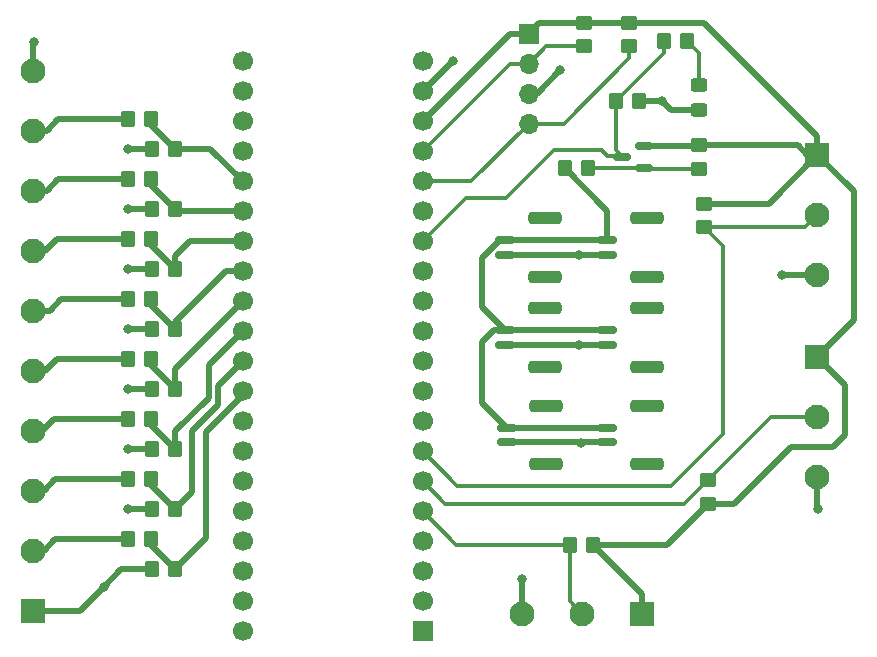
<source format=gbr>
%TF.GenerationSoftware,KiCad,Pcbnew,(6.0.7)*%
%TF.CreationDate,2022-12-23T20:25:59-08:00*%
%TF.ProjectId,SensorStackBoardBluePill,53656e73-6f72-4537-9461-636b426f6172,rev?*%
%TF.SameCoordinates,Original*%
%TF.FileFunction,Copper,L1,Top*%
%TF.FilePolarity,Positive*%
%FSLAX46Y46*%
G04 Gerber Fmt 4.6, Leading zero omitted, Abs format (unit mm)*
G04 Created by KiCad (PCBNEW (6.0.7)) date 2022-12-23 20:25:59*
%MOMM*%
%LPD*%
G01*
G04 APERTURE LIST*
G04 Aperture macros list*
%AMRoundRect*
0 Rectangle with rounded corners*
0 $1 Rounding radius*
0 $2 $3 $4 $5 $6 $7 $8 $9 X,Y pos of 4 corners*
0 Add a 4 corners polygon primitive as box body*
4,1,4,$2,$3,$4,$5,$6,$7,$8,$9,$2,$3,0*
0 Add four circle primitives for the rounded corners*
1,1,$1+$1,$2,$3*
1,1,$1+$1,$4,$5*
1,1,$1+$1,$6,$7*
1,1,$1+$1,$8,$9*
0 Add four rect primitives between the rounded corners*
20,1,$1+$1,$2,$3,$4,$5,0*
20,1,$1+$1,$4,$5,$6,$7,0*
20,1,$1+$1,$6,$7,$8,$9,0*
20,1,$1+$1,$8,$9,$2,$3,0*%
G04 Aperture macros list end*
%TA.AperFunction,SMDPad,CuDef*%
%ADD10RoundRect,0.250000X-0.350000X-0.450000X0.350000X-0.450000X0.350000X0.450000X-0.350000X0.450000X0*%
%TD*%
%TA.AperFunction,ComponentPad*%
%ADD11R,1.700000X1.700000*%
%TD*%
%TA.AperFunction,ComponentPad*%
%ADD12C,1.700000*%
%TD*%
%TA.AperFunction,SMDPad,CuDef*%
%ADD13RoundRect,0.250000X0.350000X0.450000X-0.350000X0.450000X-0.350000X-0.450000X0.350000X-0.450000X0*%
%TD*%
%TA.AperFunction,ComponentPad*%
%ADD14R,2.100000X2.100000*%
%TD*%
%TA.AperFunction,ComponentPad*%
%ADD15C,2.100000*%
%TD*%
%TA.AperFunction,SMDPad,CuDef*%
%ADD16RoundRect,0.250000X-0.450000X0.350000X-0.450000X-0.350000X0.450000X-0.350000X0.450000X0.350000X0*%
%TD*%
%TA.AperFunction,SMDPad,CuDef*%
%ADD17RoundRect,0.150000X0.587500X0.150000X-0.587500X0.150000X-0.587500X-0.150000X0.587500X-0.150000X0*%
%TD*%
%TA.AperFunction,SMDPad,CuDef*%
%ADD18RoundRect,0.150000X-0.700000X0.150000X-0.700000X-0.150000X0.700000X-0.150000X0.700000X0.150000X0*%
%TD*%
%TA.AperFunction,SMDPad,CuDef*%
%ADD19RoundRect,0.250000X-1.150000X0.250000X-1.150000X-0.250000X1.150000X-0.250000X1.150000X0.250000X0*%
%TD*%
%TA.AperFunction,ComponentPad*%
%ADD20O,1.700000X1.700000*%
%TD*%
%TA.AperFunction,SMDPad,CuDef*%
%ADD21RoundRect,0.250000X0.450000X-0.325000X0.450000X0.325000X-0.450000X0.325000X-0.450000X-0.325000X0*%
%TD*%
%TA.AperFunction,SMDPad,CuDef*%
%ADD22RoundRect,0.250000X0.450000X-0.350000X0.450000X0.350000X-0.450000X0.350000X-0.450000X-0.350000X0*%
%TD*%
%TA.AperFunction,ViaPad*%
%ADD23C,0.800000*%
%TD*%
%TA.AperFunction,Conductor*%
%ADD24C,0.500000*%
%TD*%
%TA.AperFunction,Conductor*%
%ADD25C,0.300000*%
%TD*%
G04 APERTURE END LIST*
D10*
%TO.P,R12,1*%
%TO.N,GND*%
X110085000Y-78010000D03*
%TO.P,R12,2*%
%TO.N,Net-(R12-Pad2)*%
X112085000Y-78010000D03*
%TD*%
%TO.P,R14,1*%
%TO.N,GND*%
X110085000Y-88170000D03*
%TO.P,R14,2*%
%TO.N,Net-(R14-Pad2)*%
X112085000Y-88170000D03*
%TD*%
D11*
%TO.P,U1,1,PB12*%
%TO.N,unconnected-(U1-Pad1)*%
X133040000Y-103610000D03*
D12*
%TO.P,U1,2,PB13*%
%TO.N,unconnected-(U1-Pad2)*%
X133040000Y-101070000D03*
%TO.P,U1,3,PB14*%
%TO.N,unconnected-(U1-Pad3)*%
X133040000Y-98530000D03*
%TO.P,U1,4,PB15*%
%TO.N,unconnected-(U1-Pad4)*%
X133040000Y-95990000D03*
%TO.P,U1,5,PA8*%
%TO.N,/PB3*%
X133040000Y-93450000D03*
%TO.P,U1,6,PA9*%
%TO.N,/PB4*%
X133040000Y-90910000D03*
%TO.P,U1,7,PA10*%
%TO.N,/PB5*%
X133040000Y-88370000D03*
%TO.P,U1,8,PA11*%
%TO.N,unconnected-(U1-Pad8)*%
X133040000Y-85830000D03*
%TO.P,U1,9,PA12*%
%TO.N,unconnected-(U1-Pad9)*%
X133040000Y-83290000D03*
%TO.P,U1,10,PA15*%
%TO.N,unconnected-(U1-Pad10)*%
X133040000Y-80750000D03*
%TO.P,U1,11,PB3*%
%TO.N,unconnected-(U1-Pad11)*%
X133040000Y-78210000D03*
%TO.P,U1,12,PB4*%
%TO.N,unconnected-(U1-Pad12)*%
X133040000Y-75670000D03*
%TO.P,U1,13,PB5*%
%TO.N,unconnected-(U1-Pad13)*%
X133040000Y-73130000D03*
%TO.P,U1,14,PB6*%
%TO.N,SIGNAL*%
X133040000Y-70590000D03*
%TO.P,U1,15,PB7*%
%TO.N,unconnected-(U1-Pad15)*%
X133040000Y-68050000D03*
%TO.P,U1,16,PB8*%
%TO.N,/SCL*%
X133040000Y-65510000D03*
%TO.P,U1,17,PB9*%
%TO.N,/SDA*%
X133040000Y-62970000D03*
%TO.P,U1,18,5V*%
%TO.N,+5V*%
X133040000Y-60430000D03*
%TO.P,U1,19,GND*%
%TO.N,GND*%
X133040000Y-57890000D03*
%TO.P,U1,20,3V3*%
%TO.N,unconnected-(U1-Pad20)*%
X133040000Y-55350000D03*
%TO.P,U1,21,VBat*%
%TO.N,unconnected-(U1-Pad21)*%
X117800000Y-55350000D03*
%TO.P,U1,22,PC13*%
%TO.N,unconnected-(U1-Pad22)*%
X117800000Y-57890000D03*
%TO.P,U1,23,PC14*%
%TO.N,unconnected-(U1-Pad23)*%
X117800000Y-60430000D03*
%TO.P,U1,24,PC15*%
%TO.N,unconnected-(U1-Pad24)*%
X117800000Y-62970000D03*
%TO.P,U1,25,PA0*%
%TO.N,Net-(R1-Pad2)*%
X117800000Y-65510000D03*
%TO.P,U1,26,PA1*%
%TO.N,Net-(R10-Pad2)*%
X117800000Y-68050000D03*
%TO.P,U1,27,PA2*%
%TO.N,Net-(R11-Pad2)*%
X117800000Y-70590000D03*
%TO.P,U1,28,PA3*%
%TO.N,Net-(R12-Pad2)*%
X117800000Y-73130000D03*
%TO.P,U1,29,PA4*%
%TO.N,Net-(R13-Pad2)*%
X117800000Y-75670000D03*
%TO.P,U1,30,PA5*%
%TO.N,Net-(R14-Pad2)*%
X117800000Y-78210000D03*
%TO.P,U1,31,PA6*%
%TO.N,Net-(R15-Pad2)*%
X117800000Y-80750000D03*
%TO.P,U1,32,PA7*%
%TO.N,Net-(R16-Pad2)*%
X117800000Y-83290000D03*
%TO.P,U1,33,PB0*%
%TO.N,unconnected-(U1-Pad33)*%
X117800000Y-85830000D03*
%TO.P,U1,34,PB1*%
%TO.N,unconnected-(U1-Pad34)*%
X117800000Y-88370000D03*
%TO.P,U1,35,PB10*%
%TO.N,unconnected-(U1-Pad35)*%
X117800000Y-90910000D03*
%TO.P,U1,36,PB11*%
%TO.N,unconnected-(U1-Pad36)*%
X117800000Y-93450000D03*
%TO.P,U1,37,RST*%
%TO.N,unconnected-(U1-Pad37)*%
X117800000Y-95990000D03*
%TO.P,U1,38,3V3*%
%TO.N,unconnected-(U1-Pad38)*%
X117800000Y-98530000D03*
%TO.P,U1,39,GND*%
%TO.N,unconnected-(U1-Pad39)*%
X117800000Y-101070000D03*
%TO.P,U1,40,GND*%
%TO.N,unconnected-(U1-Pad40)*%
X117800000Y-103610000D03*
%TD*%
D10*
%TO.P,R1,1*%
%TO.N,Net-(J1-Pad9)*%
X108070000Y-60230000D03*
%TO.P,R1,2*%
%TO.N,Net-(R1-Pad2)*%
X110070000Y-60230000D03*
%TD*%
D13*
%TO.P,R18,1*%
%TO.N,GND*%
X151368000Y-58674000D03*
%TO.P,R18,2*%
%TO.N,SIGNAL*%
X149368000Y-58674000D03*
%TD*%
D14*
%TO.P,J1,1,Pin_1*%
%TO.N,GND*%
X100075000Y-101870000D03*
D15*
%TO.P,J1,2,Pin_2*%
%TO.N,Net-(J1-Pad2)*%
X100075000Y-96790000D03*
%TO.P,J1,3,Pin_3*%
%TO.N,Net-(J1-Pad3)*%
X100075000Y-91710000D03*
%TO.P,J1,4,Pin_4*%
%TO.N,Net-(J1-Pad4)*%
X100075000Y-86630000D03*
%TO.P,J1,5,Pin_5*%
%TO.N,Net-(J1-Pad5)*%
X100075000Y-81550000D03*
%TO.P,J1,6,Pin_6*%
%TO.N,Net-(J1-Pad6)*%
X100075000Y-76470000D03*
%TO.P,J1,7,Pin_7*%
%TO.N,Net-(J1-Pad7)*%
X100075000Y-71390000D03*
%TO.P,J1,8,Pin_8*%
%TO.N,Net-(J1-Pad8)*%
X100075000Y-66310000D03*
%TO.P,J1,9,Pin_9*%
%TO.N,Net-(J1-Pad9)*%
X100075000Y-61230000D03*
%TO.P,J1,10,Pin_10*%
%TO.N,GND*%
X100075000Y-56150000D03*
%TD*%
D13*
%TO.P,R17,1*%
%TO.N,Net-(D1-Pad2)*%
X155432000Y-53594000D03*
%TO.P,R17,2*%
%TO.N,SIGNAL*%
X153432000Y-53594000D03*
%TD*%
%TO.P,R21,1*%
%TO.N,+5V*%
X147500000Y-96300000D03*
%TO.P,R21,2*%
%TO.N,/PB3*%
X145500000Y-96300000D03*
%TD*%
D16*
%TO.P,R24,1*%
%TO.N,+5V*%
X146733500Y-52086000D03*
%TO.P,R24,2*%
%TO.N,/SDA*%
X146733500Y-54086000D03*
%TD*%
D10*
%TO.P,R6,1*%
%TO.N,Net-(J1-Pad4)*%
X108070000Y-85630000D03*
%TO.P,R6,2*%
%TO.N,Net-(R14-Pad2)*%
X110070000Y-85630000D03*
%TD*%
D16*
%TO.P,R23,1*%
%TO.N,+5V*%
X156900000Y-67400000D03*
%TO.P,R23,2*%
%TO.N,/PB5*%
X156900000Y-69400000D03*
%TD*%
%TO.P,R19,1*%
%TO.N,+5V*%
X156464000Y-62434000D03*
%TO.P,R19,2*%
%TO.N,Net-(Q1-Pad1)*%
X156464000Y-64434000D03*
%TD*%
D10*
%TO.P,R2,1*%
%TO.N,Net-(J1-Pad8)*%
X108070000Y-65310000D03*
%TO.P,R2,2*%
%TO.N,Net-(R10-Pad2)*%
X110070000Y-65310000D03*
%TD*%
%TO.P,R5,1*%
%TO.N,Net-(J1-Pad5)*%
X108070000Y-80550000D03*
%TO.P,R5,2*%
%TO.N,Net-(R13-Pad2)*%
X110070000Y-80550000D03*
%TD*%
D17*
%TO.P,Q1,1,B*%
%TO.N,Net-(Q1-Pad1)*%
X151813500Y-64384000D03*
%TO.P,Q1,2,E*%
%TO.N,+5V*%
X151813500Y-62484000D03*
%TO.P,Q1,3,C*%
%TO.N,SIGNAL*%
X149938500Y-63434000D03*
%TD*%
D18*
%TO.P,J11,1,Pin_1*%
%TO.N,/OUTPUT*%
X148672000Y-86370000D03*
%TO.P,J11,2,Pin_2*%
%TO.N,GND*%
X148672000Y-87620000D03*
D19*
%TO.P,J11,MP*%
%TO.N,N/C*%
X152022000Y-84520000D03*
X152022000Y-89470000D03*
%TD*%
D10*
%TO.P,R16,1*%
%TO.N,GND*%
X110085000Y-98330000D03*
%TO.P,R16,2*%
%TO.N,Net-(R16-Pad2)*%
X112085000Y-98330000D03*
%TD*%
%TO.P,R7,1*%
%TO.N,Net-(J1-Pad3)*%
X108070000Y-90710000D03*
%TO.P,R7,2*%
%TO.N,Net-(R15-Pad2)*%
X110070000Y-90710000D03*
%TD*%
%TO.P,R8,1*%
%TO.N,Net-(J1-Pad2)*%
X108070000Y-95790000D03*
%TO.P,R8,2*%
%TO.N,Net-(R16-Pad2)*%
X110070000Y-95790000D03*
%TD*%
%TO.P,R10,1*%
%TO.N,GND*%
X110085000Y-67850000D03*
%TO.P,R10,2*%
%TO.N,Net-(R10-Pad2)*%
X112085000Y-67850000D03*
%TD*%
D11*
%TO.P,J2,1,Pin_1*%
%TO.N,+5V*%
X142025000Y-53000000D03*
D20*
%TO.P,J2,2,Pin_2*%
%TO.N,/SDA*%
X142025000Y-55540000D03*
%TO.P,J2,3,Pin_3*%
%TO.N,GND*%
X142025000Y-58080000D03*
%TO.P,J2,4,Pin_4*%
%TO.N,/SCL*%
X142025000Y-60620000D03*
%TD*%
D14*
%TO.P,J3,1,Pin_1*%
%TO.N,+5V*%
X166449000Y-63241000D03*
D15*
%TO.P,J3,2,Pin_2*%
%TO.N,/PB5*%
X166449000Y-68321000D03*
%TO.P,J3,3,Pin_3*%
%TO.N,GND*%
X166449000Y-73401000D03*
%TD*%
D16*
%TO.P,R25,1*%
%TO.N,+5V*%
X150543500Y-52086000D03*
%TO.P,R25,2*%
%TO.N,/SCL*%
X150543500Y-54086000D03*
%TD*%
D10*
%TO.P,R20,1*%
%TO.N,/OUTPUT*%
X145050000Y-64389000D03*
%TO.P,R20,2*%
%TO.N,Net-(Q1-Pad1)*%
X147050000Y-64389000D03*
%TD*%
%TO.P,R13,1*%
%TO.N,GND*%
X110085000Y-83090000D03*
%TO.P,R13,2*%
%TO.N,Net-(R13-Pad2)*%
X112085000Y-83090000D03*
%TD*%
D18*
%TO.P,J8,1,Pin_1*%
%TO.N,/OUTPUT*%
X140163000Y-86370000D03*
%TO.P,J8,2,Pin_2*%
%TO.N,GND*%
X140163000Y-87620000D03*
D19*
%TO.P,J8,MP*%
%TO.N,N/C*%
X143513000Y-84520000D03*
X143513000Y-89470000D03*
%TD*%
D14*
%TO.P,J5,1,Pin_1*%
%TO.N,+5V*%
X151638000Y-102108000D03*
D15*
%TO.P,J5,2,Pin_2*%
%TO.N,/PB3*%
X146558000Y-102108000D03*
%TO.P,J5,3,Pin_3*%
%TO.N,GND*%
X141478000Y-102108000D03*
%TD*%
D21*
%TO.P,D1,1,K*%
%TO.N,GND*%
X156464000Y-59445000D03*
%TO.P,D1,2,A*%
%TO.N,Net-(D1-Pad2)*%
X156464000Y-57395000D03*
%TD*%
D22*
%TO.P,R22,1*%
%TO.N,+5V*%
X157200000Y-92800000D03*
%TO.P,R22,2*%
%TO.N,/PB4*%
X157200000Y-90800000D03*
%TD*%
D10*
%TO.P,R11,1*%
%TO.N,GND*%
X110085000Y-72930000D03*
%TO.P,R11,2*%
%TO.N,Net-(R11-Pad2)*%
X112085000Y-72930000D03*
%TD*%
%TO.P,R3,1*%
%TO.N,Net-(J1-Pad7)*%
X108070000Y-70390000D03*
%TO.P,R3,2*%
%TO.N,Net-(R11-Pad2)*%
X110070000Y-70390000D03*
%TD*%
%TO.P,R9,1*%
%TO.N,GND*%
X110085000Y-62770000D03*
%TO.P,R9,2*%
%TO.N,Net-(R1-Pad2)*%
X112085000Y-62770000D03*
%TD*%
D18*
%TO.P,J10,1,Pin_1*%
%TO.N,/OUTPUT*%
X148672000Y-78115000D03*
%TO.P,J10,2,Pin_2*%
%TO.N,GND*%
X148672000Y-79365000D03*
D19*
%TO.P,J10,MP*%
%TO.N,N/C*%
X152022000Y-76265000D03*
X152022000Y-81215000D03*
%TD*%
D18*
%TO.P,J9,1,Pin_1*%
%TO.N,/OUTPUT*%
X148672000Y-70495000D03*
%TO.P,J9,2,Pin_2*%
%TO.N,GND*%
X148672000Y-71745000D03*
D19*
%TO.P,J9,MP*%
%TO.N,N/C*%
X152022000Y-68645000D03*
X152022000Y-73595000D03*
%TD*%
D10*
%TO.P,R4,1*%
%TO.N,Net-(J1-Pad6)*%
X108070000Y-75470000D03*
%TO.P,R4,2*%
%TO.N,Net-(R12-Pad2)*%
X110070000Y-75470000D03*
%TD*%
%TO.P,R15,1*%
%TO.N,GND*%
X110085000Y-93250000D03*
%TO.P,R15,2*%
%TO.N,Net-(R15-Pad2)*%
X112085000Y-93250000D03*
%TD*%
D18*
%TO.P,J7,1,Pin_1*%
%TO.N,/OUTPUT*%
X140036000Y-78115000D03*
%TO.P,J7,2,Pin_2*%
%TO.N,GND*%
X140036000Y-79365000D03*
D19*
%TO.P,J7,MP*%
%TO.N,N/C*%
X143386000Y-81215000D03*
X143386000Y-76265000D03*
%TD*%
D14*
%TO.P,J4,1,Pin_1*%
%TO.N,+5V*%
X166449000Y-80386000D03*
D15*
%TO.P,J4,2,Pin_2*%
%TO.N,/PB4*%
X166449000Y-85466000D03*
%TO.P,J4,3,Pin_3*%
%TO.N,GND*%
X166449000Y-90546000D03*
%TD*%
D18*
%TO.P,J6,1,Pin_1*%
%TO.N,/OUTPUT*%
X140036000Y-70495000D03*
%TO.P,J6,2,Pin_2*%
%TO.N,GND*%
X140036000Y-71745000D03*
D19*
%TO.P,J6,MP*%
%TO.N,N/C*%
X143386000Y-68645000D03*
X143386000Y-73595000D03*
%TD*%
D23*
%TO.N,GND*%
X108077000Y-83058000D03*
X108077000Y-62738000D03*
X144700000Y-56100000D03*
X108077000Y-67818000D03*
X135600000Y-55300000D03*
X100100000Y-53700000D03*
X106045000Y-99822000D03*
X153289000Y-58674000D03*
X108077000Y-77978000D03*
X146304000Y-79375000D03*
X141478000Y-99187000D03*
X166497000Y-93218000D03*
X163449000Y-73406000D03*
X146431000Y-87630000D03*
X108077000Y-88138000D03*
X108077000Y-93218000D03*
X146304000Y-71755000D03*
X108077000Y-72898000D03*
%TD*%
D24*
%TO.N,GND*%
X110085000Y-78010000D02*
X108109000Y-78010000D01*
X142720000Y-58080000D02*
X144700000Y-56100000D01*
X106045000Y-99822000D02*
X103997000Y-101870000D01*
X156464000Y-59445000D02*
X154060000Y-59445000D01*
X108109000Y-62770000D02*
X108077000Y-62738000D01*
X166449000Y-93170000D02*
X166497000Y-93218000D01*
X140036000Y-71745000D02*
X146294000Y-71745000D01*
X151368000Y-58674000D02*
X153289000Y-58674000D01*
X107537000Y-98330000D02*
X106045000Y-99822000D01*
X166449000Y-73401000D02*
X163454000Y-73401000D01*
X110085000Y-72930000D02*
X108109000Y-72930000D01*
X146421000Y-87620000D02*
X146431000Y-87630000D01*
X108109000Y-72930000D02*
X108077000Y-72898000D01*
X100075000Y-56150000D02*
X100075000Y-53725000D01*
X110085000Y-67850000D02*
X108109000Y-67850000D01*
X110085000Y-93250000D02*
X108109000Y-93250000D01*
X141478000Y-102108000D02*
X141478000Y-99187000D01*
X108109000Y-88170000D02*
X108077000Y-88138000D01*
X146294000Y-79365000D02*
X140036000Y-79365000D01*
X146314000Y-71745000D02*
X146304000Y-71755000D01*
X108109000Y-67850000D02*
X108077000Y-67818000D01*
X108109000Y-93250000D02*
X108077000Y-93218000D01*
X146314000Y-79365000D02*
X146304000Y-79375000D01*
X142025000Y-58080000D02*
X142720000Y-58080000D01*
X103997000Y-101870000D02*
X100075000Y-101870000D01*
X108109000Y-78010000D02*
X108077000Y-77978000D01*
X146441000Y-87620000D02*
X146431000Y-87630000D01*
X100075000Y-53725000D02*
X100100000Y-53700000D01*
X108109000Y-83090000D02*
X108077000Y-83058000D01*
X110085000Y-88170000D02*
X108109000Y-88170000D01*
X163454000Y-73401000D02*
X163449000Y-73406000D01*
X146294000Y-71745000D02*
X146304000Y-71755000D01*
X148672000Y-71745000D02*
X146314000Y-71745000D01*
X110085000Y-62770000D02*
X108109000Y-62770000D01*
X133040000Y-57890000D02*
X133040000Y-57860000D01*
X166449000Y-90546000D02*
X166449000Y-93170000D01*
X146304000Y-79375000D02*
X146294000Y-79365000D01*
X148672000Y-79365000D02*
X146314000Y-79365000D01*
X110085000Y-98330000D02*
X107537000Y-98330000D01*
X140163000Y-87620000D02*
X146421000Y-87620000D01*
X110085000Y-83090000D02*
X108109000Y-83090000D01*
X133040000Y-57860000D02*
X135600000Y-55300000D01*
X148672000Y-87620000D02*
X146441000Y-87620000D01*
X154060000Y-59445000D02*
X153289000Y-58674000D01*
D25*
%TO.N,Net-(D1-Pad2)*%
X156464000Y-54626000D02*
X156464000Y-57395000D01*
X155432000Y-53594000D02*
X156464000Y-54626000D01*
D24*
%TO.N,Net-(J1-Pad2)*%
X100075000Y-96790000D02*
X100949000Y-96790000D01*
X100949000Y-96790000D02*
X101949000Y-95790000D01*
X101949000Y-95790000D02*
X108070000Y-95790000D01*
%TO.N,Net-(J1-Pad3)*%
X100075000Y-91710000D02*
X100949000Y-91710000D01*
X100949000Y-91710000D02*
X101949000Y-90710000D01*
X101949000Y-90710000D02*
X108070000Y-90710000D01*
%TO.N,Net-(J1-Pad4)*%
X108038000Y-85598000D02*
X108070000Y-85630000D01*
X100075000Y-86630000D02*
X100822000Y-86630000D01*
X100822000Y-86630000D02*
X101854000Y-85598000D01*
X101854000Y-85598000D02*
X108038000Y-85598000D01*
%TO.N,Net-(J1-Pad5)*%
X100075000Y-81550000D02*
X101076000Y-81550000D01*
X102076000Y-80550000D02*
X108070000Y-80550000D01*
X101076000Y-81550000D02*
X102076000Y-80550000D01*
%TO.N,Net-(J1-Pad6)*%
X100075000Y-76470000D02*
X101457000Y-76470000D01*
X101457000Y-76470000D02*
X102457000Y-75470000D01*
X102457000Y-75470000D02*
X108070000Y-75470000D01*
%TO.N,Net-(J1-Pad7)*%
X100075000Y-71390000D02*
X101076000Y-71390000D01*
X102076000Y-70390000D02*
X108070000Y-70390000D01*
X101076000Y-71390000D02*
X102076000Y-70390000D01*
%TO.N,Net-(J1-Pad8)*%
X102203000Y-65310000D02*
X108070000Y-65310000D01*
X101203000Y-66310000D02*
X102203000Y-65310000D01*
X100075000Y-66310000D02*
X101203000Y-66310000D01*
%TO.N,Net-(J1-Pad9)*%
X101203000Y-61230000D02*
X102203000Y-60230000D01*
X102203000Y-60230000D02*
X108070000Y-60230000D01*
X100075000Y-61230000D02*
X101203000Y-61230000D01*
%TO.N,+5V*%
X147500000Y-96300000D02*
X151638000Y-100438000D01*
X165603000Y-63241000D02*
X164796000Y-62434000D01*
X166449000Y-63294000D02*
X162343000Y-67400000D01*
X151638000Y-100438000D02*
X151638000Y-102108000D01*
X153700000Y-96300000D02*
X147500000Y-96300000D01*
X166449000Y-61691000D02*
X166449000Y-63241000D01*
X166449000Y-63241000D02*
X166449000Y-63294000D01*
X167767000Y-88011000D02*
X164189000Y-88011000D01*
X169545000Y-66337000D02*
X169545000Y-77290000D01*
X157200000Y-92800000D02*
X157200000Y-92847000D01*
X166449000Y-80386000D02*
X168783000Y-82720000D01*
X168783000Y-82720000D02*
X168783000Y-86995000D01*
X142025000Y-53000000D02*
X140470000Y-53000000D01*
X166449000Y-63241000D02*
X165603000Y-63241000D01*
X168783000Y-86995000D02*
X167767000Y-88011000D01*
X142025000Y-53000000D02*
X142025000Y-52920000D01*
X157200000Y-92800000D02*
X153700000Y-96300000D01*
X140470000Y-53000000D02*
X133040000Y-60430000D01*
X151813500Y-62484000D02*
X156414000Y-62484000D01*
X156414000Y-62484000D02*
X156464000Y-62434000D01*
X162343000Y-67400000D02*
X156900000Y-67400000D01*
X156844000Y-52086000D02*
X166449000Y-61691000D01*
X164796000Y-62434000D02*
X156464000Y-62434000D01*
X146733500Y-52086000D02*
X150543500Y-52086000D01*
X164189000Y-88011000D02*
X159400000Y-92800000D01*
X142859000Y-52086000D02*
X146733500Y-52086000D01*
X169545000Y-77290000D02*
X166449000Y-80386000D01*
X159400000Y-92800000D02*
X157200000Y-92800000D01*
X150543500Y-52086000D02*
X156844000Y-52086000D01*
X166449000Y-63241000D02*
X169545000Y-66337000D01*
X142025000Y-52920000D02*
X142859000Y-52086000D01*
D25*
%TO.N,/SDA*%
X142025000Y-55540000D02*
X140470000Y-55540000D01*
X146733500Y-54086000D02*
X143479000Y-54086000D01*
X143479000Y-54086000D02*
X142025000Y-55540000D01*
X140470000Y-55540000D02*
X133040000Y-62970000D01*
%TO.N,/SCL*%
X137135000Y-65510000D02*
X133040000Y-65510000D01*
X150543500Y-55056500D02*
X144980000Y-60620000D01*
X144980000Y-60620000D02*
X142025000Y-60620000D01*
X142025000Y-60620000D02*
X137135000Y-65510000D01*
X150543500Y-54086000D02*
X150543500Y-55056500D01*
%TO.N,/PB5*%
X158496000Y-70996000D02*
X158496000Y-86868000D01*
X165370000Y-69400000D02*
X156900000Y-69400000D01*
X158496000Y-86868000D02*
X154051000Y-91313000D01*
X135983000Y-91313000D02*
X133040000Y-88370000D01*
X154051000Y-91313000D02*
X135983000Y-91313000D01*
X156900000Y-69400000D02*
X158496000Y-70996000D01*
X166449000Y-68321000D02*
X165370000Y-69400000D01*
%TO.N,/PB4*%
X157200000Y-90800000D02*
X155163000Y-92837000D01*
X166449000Y-85466000D02*
X162534000Y-85466000D01*
X133040000Y-90910000D02*
X134967000Y-92837000D01*
X155163000Y-92837000D02*
X134967000Y-92837000D01*
X162534000Y-85466000D02*
X157200000Y-90800000D01*
%TO.N,/PB3*%
X145500000Y-96300000D02*
X135890000Y-96300000D01*
X145500000Y-96300000D02*
X145500000Y-101050000D01*
X135890000Y-96300000D02*
X133040000Y-93450000D01*
X145500000Y-101050000D02*
X146558000Y-102108000D01*
D24*
%TO.N,/OUTPUT*%
X139587472Y-70495000D02*
X140036000Y-70495000D01*
X140036000Y-70495000D02*
X148672000Y-70495000D01*
X138049000Y-84256000D02*
X138049000Y-79121000D01*
X148672000Y-68011000D02*
X145050000Y-64389000D01*
X140036000Y-78115000D02*
X138049000Y-76128000D01*
X139055000Y-78115000D02*
X140036000Y-78115000D01*
X138049000Y-79121000D02*
X139055000Y-78115000D01*
X138049000Y-72033472D02*
X139587472Y-70495000D01*
X140163000Y-86370000D02*
X148672000Y-86370000D01*
X138049000Y-76128000D02*
X138049000Y-72033472D01*
X140036000Y-78115000D02*
X148672000Y-78115000D01*
X148672000Y-70495000D02*
X148672000Y-68011000D01*
X140163000Y-86370000D02*
X138049000Y-84256000D01*
D25*
%TO.N,Net-(Q1-Pad1)*%
X151813500Y-64384000D02*
X147055000Y-64384000D01*
X147055000Y-64384000D02*
X147050000Y-64389000D01*
X156464000Y-64434000D02*
X151863500Y-64434000D01*
X151863500Y-64434000D02*
X151813500Y-64384000D01*
%TO.N,SIGNAL*%
X149368000Y-58674000D02*
X149368000Y-62863500D01*
X144145000Y-62865000D02*
X140081000Y-66929000D01*
X153432000Y-54610000D02*
X149368000Y-58674000D01*
X153432000Y-53594000D02*
X153432000Y-54610000D01*
X148209000Y-62865000D02*
X144145000Y-62865000D01*
X149938500Y-63434000D02*
X149843500Y-63339000D01*
X149843500Y-63339000D02*
X148683000Y-63339000D01*
X140081000Y-66929000D02*
X136701000Y-66929000D01*
X148683000Y-63339000D02*
X148209000Y-62865000D01*
X149368000Y-62863500D02*
X149938500Y-63434000D01*
X136701000Y-66929000D02*
X133040000Y-70590000D01*
D24*
%TO.N,Net-(R1-Pad2)*%
X110070000Y-60230000D02*
X110070000Y-60755000D01*
X112085000Y-62770000D02*
X115060000Y-62770000D01*
X115060000Y-62770000D02*
X117800000Y-65510000D01*
X110070000Y-60755000D02*
X112085000Y-62770000D01*
%TO.N,Net-(R10-Pad2)*%
X110070000Y-65835000D02*
X112085000Y-67850000D01*
X112285000Y-68050000D02*
X117800000Y-68050000D01*
X112085000Y-67850000D02*
X112285000Y-68050000D01*
X110070000Y-65310000D02*
X110070000Y-65835000D01*
%TO.N,Net-(R11-Pad2)*%
X110070000Y-70915000D02*
X112085000Y-72930000D01*
X113306000Y-70590000D02*
X117800000Y-70590000D01*
X112085000Y-71811000D02*
X113306000Y-70590000D01*
X110070000Y-70390000D02*
X110070000Y-70915000D01*
X112085000Y-72930000D02*
X112085000Y-71811000D01*
%TO.N,Net-(R12-Pad2)*%
X112085000Y-77399000D02*
X116354000Y-73130000D01*
X112085000Y-78010000D02*
X112085000Y-77399000D01*
X116354000Y-73130000D02*
X117800000Y-73130000D01*
X110070000Y-75995000D02*
X112085000Y-78010000D01*
X110070000Y-75470000D02*
X110070000Y-75995000D01*
%TO.N,Net-(R13-Pad2)*%
X110070000Y-81075000D02*
X112085000Y-83090000D01*
X110070000Y-80550000D02*
X110070000Y-81075000D01*
X112085000Y-81385000D02*
X117800000Y-75670000D01*
X112085000Y-83090000D02*
X112085000Y-81385000D01*
%TO.N,Net-(R14-Pad2)*%
X110070000Y-86155000D02*
X112085000Y-88170000D01*
X112085000Y-88170000D02*
X112085000Y-86670000D01*
X112085000Y-86670000D02*
X114935000Y-83820000D01*
X110070000Y-85630000D02*
X110070000Y-86155000D01*
X114935000Y-83820000D02*
X114935000Y-81075000D01*
X114935000Y-81075000D02*
X117800000Y-78210000D01*
%TO.N,Net-(R15-Pad2)*%
X113538000Y-86614000D02*
X113538000Y-91797000D01*
X110070000Y-91235000D02*
X112085000Y-93250000D01*
X113538000Y-91797000D02*
X112085000Y-93250000D01*
X110070000Y-90710000D02*
X110070000Y-91235000D01*
X115697000Y-84455000D02*
X113538000Y-86614000D01*
X117800000Y-80750000D02*
X115697000Y-82853000D01*
X115697000Y-82853000D02*
X115697000Y-84455000D01*
%TO.N,Net-(R16-Pad2)*%
X114681000Y-86741000D02*
X114681000Y-95734000D01*
X117800000Y-83290000D02*
X117800000Y-83622000D01*
X114681000Y-95734000D02*
X112085000Y-98330000D01*
X110070000Y-96315000D02*
X112085000Y-98330000D01*
X117800000Y-83622000D02*
X114681000Y-86741000D01*
X110070000Y-95790000D02*
X110070000Y-96315000D01*
%TD*%
M02*

</source>
